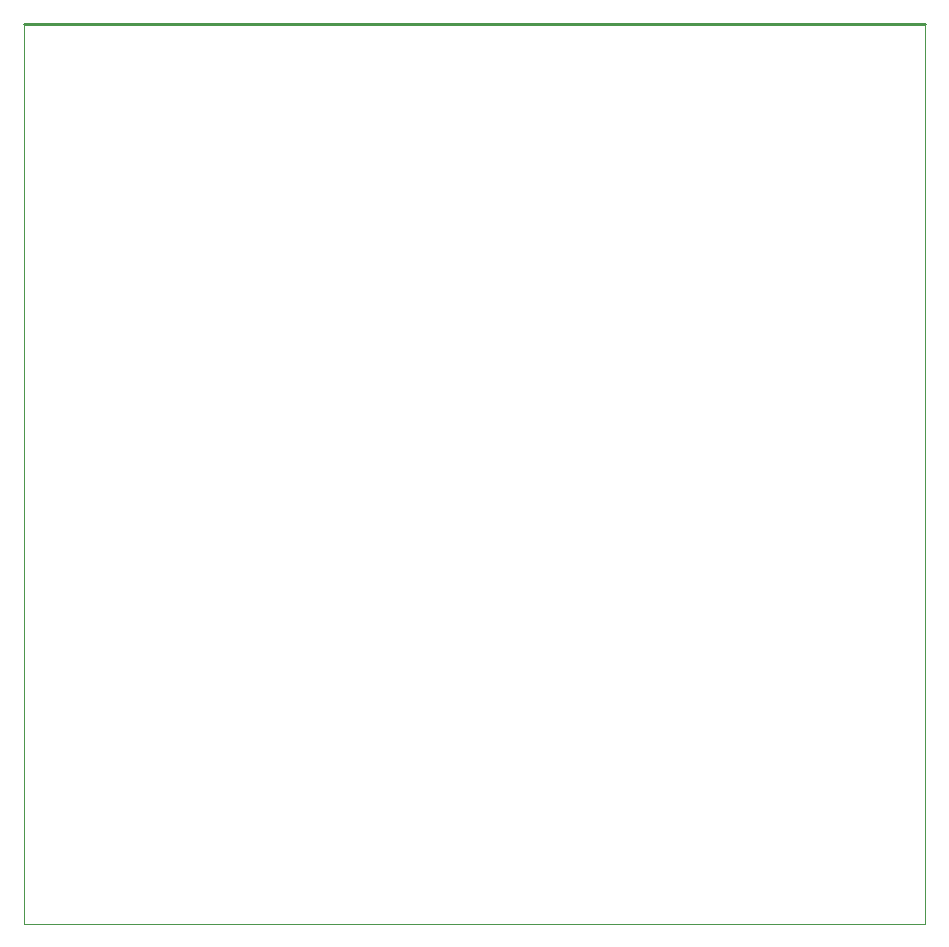
<source format=gbr>
%TF.GenerationSoftware,KiCad,Pcbnew,(5.1.9)-1*%
%TF.CreationDate,2022-02-10T16:59:52-07:00*%
%TF.ProjectId,Stepper_to_XLR4,53746570-7065-4725-9f74-6f5f584c5234,rev?*%
%TF.SameCoordinates,Original*%
%TF.FileFunction,Profile,NP*%
%FSLAX46Y46*%
G04 Gerber Fmt 4.6, Leading zero omitted, Abs format (unit mm)*
G04 Created by KiCad (PCBNEW (5.1.9)-1) date 2022-02-10 16:59:52*
%MOMM*%
%LPD*%
G01*
G04 APERTURE LIST*
%TA.AperFunction,Profile*%
%ADD10C,0.050000*%
%TD*%
%TA.AperFunction,Profile*%
%ADD11C,0.250000*%
%TD*%
G04 APERTURE END LIST*
D10*
X76250000Y-76250000D02*
X76250000Y0D01*
X0Y-76250000D02*
X76250000Y-76250000D01*
X0Y0D02*
X0Y-76250000D01*
D11*
X0Y0D02*
X76250000Y0D01*
M02*

</source>
